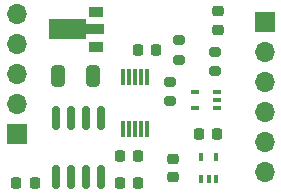
<source format=gbr>
%TF.GenerationSoftware,KiCad,Pcbnew,(7.0.0)*%
%TF.CreationDate,2023-08-01T12:49:58+01:00*%
%TF.ProjectId,TAStable,54415374-6162-46c6-952e-6b696361645f,rev?*%
%TF.SameCoordinates,Original*%
%TF.FileFunction,Soldermask,Top*%
%TF.FilePolarity,Negative*%
%FSLAX46Y46*%
G04 Gerber Fmt 4.6, Leading zero omitted, Abs format (unit mm)*
G04 Created by KiCad (PCBNEW (7.0.0)) date 2023-08-01 12:49:58*
%MOMM*%
%LPD*%
G01*
G04 APERTURE LIST*
G04 Aperture macros list*
%AMRoundRect*
0 Rectangle with rounded corners*
0 $1 Rounding radius*
0 $2 $3 $4 $5 $6 $7 $8 $9 X,Y pos of 4 corners*
0 Add a 4 corners polygon primitive as box body*
4,1,4,$2,$3,$4,$5,$6,$7,$8,$9,$2,$3,0*
0 Add four circle primitives for the rounded corners*
1,1,$1+$1,$2,$3*
1,1,$1+$1,$4,$5*
1,1,$1+$1,$6,$7*
1,1,$1+$1,$8,$9*
0 Add four rect primitives between the rounded corners*
20,1,$1+$1,$2,$3,$4,$5,0*
20,1,$1+$1,$4,$5,$6,$7,0*
20,1,$1+$1,$6,$7,$8,$9,0*
20,1,$1+$1,$8,$9,$2,$3,0*%
%AMFreePoly0*
4,1,9,3.862500,-0.866500,0.737500,-0.866500,0.737500,-0.450000,-0.737500,-0.450000,-0.737500,0.450000,0.737500,0.450000,0.737500,0.866500,3.862500,0.866500,3.862500,-0.866500,3.862500,-0.866500,$1*%
G04 Aperture macros list end*
%ADD10R,0.300000X1.400000*%
%ADD11RoundRect,0.225000X-0.225000X-0.250000X0.225000X-0.250000X0.225000X0.250000X-0.225000X0.250000X0*%
%ADD12R,1.700000X1.700000*%
%ADD13O,1.700000X1.700000*%
%ADD14RoundRect,0.200000X0.275000X-0.200000X0.275000X0.200000X-0.275000X0.200000X-0.275000X-0.200000X0*%
%ADD15R,0.650000X0.400000*%
%ADD16RoundRect,0.150000X0.150000X-0.825000X0.150000X0.825000X-0.150000X0.825000X-0.150000X-0.825000X0*%
%ADD17RoundRect,0.225000X0.225000X0.250000X-0.225000X0.250000X-0.225000X-0.250000X0.225000X-0.250000X0*%
%ADD18RoundRect,0.250000X-0.325000X-0.650000X0.325000X-0.650000X0.325000X0.650000X-0.325000X0.650000X0*%
%ADD19R,0.400000X0.650000*%
%ADD20R,1.300000X0.900000*%
%ADD21FreePoly0,180.000000*%
%ADD22RoundRect,0.225000X-0.250000X0.225000X-0.250000X-0.225000X0.250000X-0.225000X0.250000X0.225000X0*%
G04 APERTURE END LIST*
D10*
%TO.C,U2*%
X129249999Y-102699999D03*
X129749999Y-102699999D03*
X130249999Y-102699999D03*
X130749999Y-102699999D03*
X131249999Y-102699999D03*
X131249999Y-98299999D03*
X130749999Y-98299999D03*
X130249999Y-98299999D03*
X129749999Y-98299999D03*
X129249999Y-98299999D03*
%TD*%
D11*
%TO.C,C4*%
X135675000Y-103100000D03*
X137225000Y-103100000D03*
%TD*%
D12*
%TO.C,J1*%
X141249999Y-93649999D03*
D13*
X141249999Y-96189999D03*
X141249999Y-98729999D03*
X141249999Y-101269999D03*
X141249999Y-103809999D03*
X141249999Y-106349999D03*
%TD*%
D14*
%TO.C,R3*%
X133250000Y-100325000D03*
X133250000Y-98675000D03*
%TD*%
D15*
%TO.C,U3*%
X137199999Y-100899999D03*
X137199999Y-100249999D03*
X137199999Y-99599999D03*
X135299999Y-99599999D03*
X135299999Y-100899999D03*
%TD*%
D16*
%TO.C,U4*%
X123595000Y-106725000D03*
X124865000Y-106725000D03*
X126135000Y-106725000D03*
X127405000Y-106725000D03*
X127405000Y-101775000D03*
X126135000Y-101775000D03*
X124865000Y-101775000D03*
X123595000Y-101775000D03*
%TD*%
D17*
%TO.C,C8*%
X121775000Y-107250000D03*
X120225000Y-107250000D03*
%TD*%
D14*
%TO.C,R2*%
X134000000Y-96825000D03*
X134000000Y-95175000D03*
%TD*%
%TO.C,R1*%
X137000000Y-97825000D03*
X137000000Y-96175000D03*
%TD*%
D11*
%TO.C,C2*%
X128975000Y-105000000D03*
X130525000Y-105000000D03*
%TD*%
D18*
%TO.C,C6*%
X123775000Y-98250000D03*
X126725000Y-98250000D03*
%TD*%
D11*
%TO.C,C1*%
X130475000Y-96000000D03*
X132025000Y-96000000D03*
%TD*%
D19*
%TO.C,U1*%
X135849999Y-106949999D03*
X136499999Y-106949999D03*
X137149999Y-106949999D03*
X137149999Y-105049999D03*
X135849999Y-105049999D03*
%TD*%
D20*
%TO.C,U6*%
X126949999Y-95749999D03*
D21*
X126862500Y-94250000D03*
D20*
X126949999Y-92749999D03*
%TD*%
D22*
%TO.C,C5*%
X137250000Y-92725000D03*
X137250000Y-94275000D03*
%TD*%
D12*
%TO.C,J2*%
X120249999Y-103159999D03*
D13*
X120249999Y-100619999D03*
X120249999Y-98079999D03*
X120249999Y-95539999D03*
X120249999Y-92999999D03*
%TD*%
D11*
%TO.C,C7*%
X128975000Y-107250000D03*
X130525000Y-107250000D03*
%TD*%
D22*
%TO.C,C3*%
X133500000Y-105225000D03*
X133500000Y-106775000D03*
%TD*%
M02*

</source>
